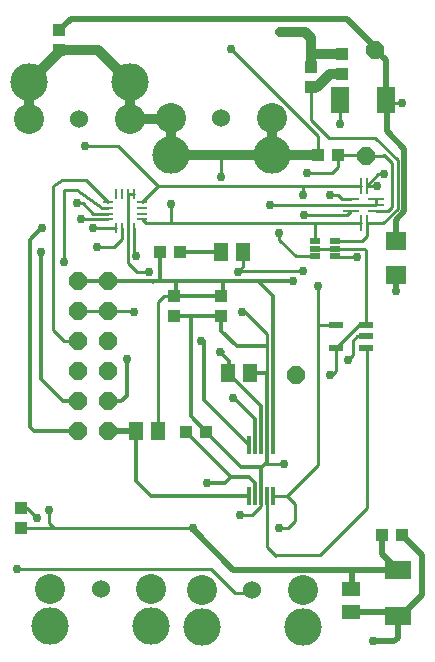
<source format=gbr>
G04 EAGLE Gerber RS-274X export*
G04 #@! %TF.Part,Single*
G04 #@! %TF.FileFunction,Copper,L2,Bot,Mixed*
G04 #@! %TF.FilePolarity,Positive*
G04 #@! %TF.GenerationSoftware,Autodesk,EAGLE,9.1.0*
G04 #@! %TF.CreationDate,2018-07-26T08:16:40Z*
G75*
%MOMM*%
%FSLAX34Y34*%
%LPD*%
%AMOC8*
5,1,8,0,0,1.08239X$1,22.5*%
G01*
%ADD10R,0.297100X1.549800*%
%ADD11R,1.186400X0.597100*%
%ADD12R,1.100000X1.000000*%
%ADD13R,1.600000X2.200000*%
%ADD14R,1.000000X1.100000*%
%ADD15R,1.800000X1.600000*%
%ADD16R,1.500000X1.300000*%
%ADD17R,2.200000X1.600000*%
%ADD18P,1.649562X8X202.500000*%
%ADD19P,1.649562X8X22.500000*%
%ADD20P,1.649562X8X112.500000*%
%ADD21R,0.270000X1.458700*%
%ADD22R,1.458700X0.270000*%
%ADD23R,1.300000X1.500000*%
%ADD24R,0.809800X0.250000*%
%ADD25R,0.250000X0.809800*%
%ADD26R,0.956400X0.472500*%
%ADD27C,1.524000*%
%ADD28C,2.540000*%
%ADD29C,3.175000*%
%ADD30C,0.304800*%
%ADD31C,0.254000*%
%ADD32C,0.756400*%
%ADD33C,0.508000*%
%ADD34C,0.812800*%


D10*
X234201Y258825D03*
X229201Y258825D03*
X224201Y258825D03*
X219201Y258825D03*
X214201Y258825D03*
X214201Y301951D03*
X219201Y301951D03*
X224201Y301951D03*
X229201Y301951D03*
X234201Y301951D03*
D11*
X313050Y403218D03*
X313050Y393718D03*
X313050Y384218D03*
X287762Y384218D03*
X287762Y403218D03*
D12*
X138422Y465037D03*
X155422Y465037D03*
D13*
X329954Y593732D03*
X290954Y593732D03*
D14*
X265993Y605189D03*
X265993Y622189D03*
X53145Y652816D03*
X53145Y635816D03*
D12*
X326582Y225119D03*
X343582Y225119D03*
D14*
X150787Y427898D03*
X150787Y410898D03*
X20481Y231310D03*
X20481Y248310D03*
X190440Y427991D03*
X190440Y410991D03*
D12*
X160786Y312991D03*
X177786Y312991D03*
D15*
X337932Y474049D03*
X337932Y446049D03*
D12*
X289294Y547186D03*
X272294Y547186D03*
D16*
X300338Y179606D03*
X300338Y160606D03*
D17*
X339994Y196238D03*
X339994Y157238D03*
D18*
X253531Y361032D03*
D19*
X313223Y546662D03*
X320969Y636427D03*
D20*
X69519Y313352D03*
X69519Y338752D03*
X69519Y364152D03*
X69519Y389552D03*
X69519Y414952D03*
X69519Y440352D03*
X94919Y313352D03*
X94919Y338752D03*
X94919Y364152D03*
X94919Y389552D03*
X94919Y414952D03*
X94919Y440352D03*
D21*
X308373Y520834D03*
X313373Y520834D03*
D22*
X321611Y510096D03*
X321611Y505096D03*
X321611Y500096D03*
D21*
X313373Y489358D03*
X308373Y489358D03*
D22*
X300135Y500096D03*
X300135Y505096D03*
X300135Y510096D03*
D12*
X292388Y616087D03*
X292388Y633087D03*
D23*
X118203Y313399D03*
X137203Y313399D03*
X215104Y362735D03*
X196104Y362735D03*
X189853Y464807D03*
X208853Y464807D03*
D24*
X94717Y492690D03*
X94717Y497690D03*
X94717Y502690D03*
X94717Y507690D03*
D25*
X101668Y514641D03*
X106668Y514641D03*
X111668Y514641D03*
X116668Y514641D03*
D24*
X123619Y507690D03*
X123619Y502690D03*
X123619Y497690D03*
X123619Y492690D03*
D25*
X116668Y485739D03*
X111668Y485739D03*
X106668Y485739D03*
X101668Y485739D03*
D26*
X286408Y474351D03*
X286408Y467851D03*
X286408Y461351D03*
X269680Y461351D03*
X269680Y467851D03*
X269680Y474351D03*
D27*
X70262Y577677D03*
D28*
X112807Y577677D03*
X27717Y577677D03*
D29*
X112807Y609173D03*
X27717Y609173D03*
D27*
X88293Y179683D03*
D28*
X45748Y179683D03*
X130838Y179683D03*
D29*
X45748Y148187D03*
X130838Y148187D03*
D27*
X190433Y578705D03*
D28*
X147888Y578705D03*
X232978Y578705D03*
D29*
X147888Y547209D03*
X232978Y547209D03*
D27*
X216814Y178725D03*
D28*
X174269Y178725D03*
X259359Y178725D03*
D29*
X174269Y147229D03*
X259359Y147229D03*
D30*
X229201Y287464D02*
X229201Y301951D01*
X224201Y282464D02*
X224201Y258825D01*
X227751Y286014D02*
X229201Y287464D01*
X227751Y286014D02*
X225211Y283474D01*
X224201Y282464D01*
X229201Y301951D02*
X229201Y362562D01*
X229028Y362735D02*
X215104Y362735D01*
X229028Y362735D02*
X229201Y362562D01*
D31*
X94919Y414952D02*
X69519Y414952D01*
X94919Y414952D02*
X116521Y414952D01*
D32*
X116722Y414751D03*
D31*
X116521Y414952D01*
X229201Y385816D02*
X229201Y362562D01*
X229201Y385816D02*
X229201Y395924D01*
X210850Y414646D01*
X208458Y414646D01*
X208069Y414665D01*
D32*
X208069Y414665D03*
D30*
X190440Y410991D02*
X190347Y410898D01*
X164444Y410898D01*
X150787Y410898D01*
X190440Y410991D02*
X190440Y398591D01*
X203482Y385549D01*
X203749Y385816D01*
X229201Y385816D01*
X177786Y312991D02*
X207303Y283474D01*
X225211Y283474D01*
X177786Y312991D02*
X164444Y326333D01*
X164444Y410898D01*
D32*
X205872Y242838D03*
D31*
X224266Y257930D02*
X224201Y258825D01*
X224266Y249744D02*
X216399Y242838D01*
X224266Y249744D02*
X224266Y257930D01*
X216399Y242838D02*
X205872Y242838D01*
D32*
X260149Y496524D03*
D31*
X296562Y496524D01*
X300135Y500096D01*
D32*
X282164Y513067D03*
D31*
X289434Y513067D01*
X292502Y509998D01*
X300036Y509998D01*
X300135Y510096D01*
D32*
X198767Y637194D03*
D31*
X272294Y563667D01*
X272294Y547186D01*
X116668Y485739D02*
X116668Y463647D01*
X118617Y461698D02*
X118619Y461698D01*
D32*
X118619Y461698D03*
D31*
X118617Y461698D02*
X116668Y463647D01*
D32*
X297365Y373760D03*
D31*
X301849Y378244D01*
X301849Y390161D01*
X305407Y393718D01*
X313050Y393718D01*
X243391Y286014D02*
X227751Y286014D01*
X243391Y286014D02*
X243676Y286299D01*
X243676Y286033D01*
D32*
X243676Y286033D03*
X34098Y240088D03*
D31*
X25877Y248310D01*
X20481Y248310D01*
D33*
X339994Y157238D02*
X339994Y154474D01*
X339994Y138443D01*
X337055Y135503D01*
X319239Y135503D02*
X319071Y135672D01*
D32*
X319071Y135672D03*
D33*
X319239Y135503D02*
X337055Y135503D01*
X336627Y160606D02*
X300338Y160606D01*
X336627Y160606D02*
X339994Y157238D01*
X360393Y208308D02*
X343582Y225119D01*
X360393Y174873D02*
X339994Y154474D01*
X360393Y174873D02*
X360393Y208308D01*
X337932Y433562D02*
X337932Y446049D01*
X337932Y433562D02*
X338410Y433084D01*
X337971Y432645D01*
X337971Y432346D01*
D32*
X337971Y432346D03*
X291183Y573259D03*
D31*
X291183Y593504D01*
X290954Y593732D01*
D34*
X272294Y547186D02*
X233001Y547186D01*
X232978Y547209D01*
X232978Y578705D01*
X232978Y547209D02*
X190203Y547209D01*
X147888Y547209D01*
X147888Y578705D01*
X27717Y577677D02*
X27717Y609173D01*
X53145Y634602D01*
X53145Y635816D01*
X86165Y635816D01*
X112807Y609173D01*
X112807Y577677D01*
X146861Y577677D01*
X147888Y578705D01*
D32*
X190530Y528574D03*
D31*
X190203Y528902D01*
X190203Y547209D01*
X289479Y547001D02*
X308329Y547001D01*
X289479Y547001D02*
X289294Y547186D01*
D32*
X263110Y532237D03*
D31*
X284193Y532237D01*
X289282Y537326D01*
X289282Y546804D01*
X289479Y547001D01*
X308668Y546662D02*
X313223Y546662D01*
X308668Y546662D02*
X308329Y547001D01*
X321611Y500096D02*
X331171Y500096D01*
X334556Y503482D01*
X334556Y540435D01*
X327913Y547078D01*
X327497Y546662D01*
X313223Y546662D01*
X308373Y489358D02*
X269681Y489358D01*
X147458Y489358D01*
X126951Y489358D01*
X123619Y492690D01*
D32*
X147829Y505814D03*
D31*
X147829Y489729D01*
X147458Y489358D01*
D32*
X240487Y651549D03*
D34*
X260947Y651549D01*
X265997Y646498D01*
X265997Y634167D01*
X265997Y628229D01*
X265997Y627693D01*
X265993Y622189D01*
X266126Y628101D02*
X265997Y628229D01*
D31*
X269680Y489357D02*
X269680Y474351D01*
X269680Y489357D02*
X269681Y489358D01*
D34*
X267077Y633087D02*
X292388Y633087D01*
X267077Y633087D02*
X265997Y634167D01*
D31*
X259602Y520834D02*
X308373Y520834D01*
X259602Y520834D02*
X136764Y520834D01*
X135708Y519779D01*
X123619Y507690D01*
X135708Y519779D02*
X135536Y519951D01*
X253344Y461351D02*
X269680Y461351D01*
X253344Y461351D02*
X239071Y475624D01*
X239071Y480826D01*
X239361Y481116D02*
X239361Y481123D01*
D32*
X239361Y481123D03*
X259424Y513741D03*
D31*
X259602Y513919D01*
X259602Y520834D01*
X239361Y481116D02*
X239071Y480826D01*
X136764Y520834D02*
X102968Y554630D01*
X75508Y554630D01*
X75508Y554867D01*
X75272Y555102D01*
D32*
X75272Y555102D03*
D31*
X71566Y492690D02*
X94717Y492690D01*
X71971Y492699D02*
X71626Y492647D01*
D32*
X71971Y492699D03*
D31*
X71626Y492647D02*
X71566Y492690D01*
X269680Y467851D02*
X286408Y467851D01*
X306762Y403218D02*
X287762Y384218D01*
X306762Y403218D02*
X313050Y403218D01*
X302346Y467851D02*
X286408Y467851D01*
X302346Y467851D02*
X302350Y467855D01*
X311671Y467855D01*
X313303Y466223D01*
X313303Y403471D01*
X313050Y403218D01*
X287762Y384218D02*
X287762Y364704D01*
X284076Y361018D01*
X282829Y361018D01*
X282706Y360896D01*
D32*
X282706Y360896D03*
D30*
X94919Y440352D02*
X69519Y440352D01*
X234201Y427915D02*
X234201Y301951D01*
X132668Y440352D02*
X117467Y440352D01*
X94919Y440352D01*
D31*
X132668Y440123D02*
X132668Y440352D01*
D30*
X221764Y440352D02*
X234201Y427915D01*
X190440Y427991D02*
X150880Y427991D01*
X150787Y427898D01*
X152547Y429658D01*
X191446Y440352D02*
X221764Y440352D01*
X191446Y440352D02*
X152239Y440352D01*
X139324Y440352D01*
X132897Y440352D01*
X132668Y440123D01*
X150787Y427898D02*
X152239Y429350D01*
X152239Y440352D01*
X190440Y427991D02*
X191446Y428997D01*
X191446Y440352D01*
X138422Y441254D02*
X138422Y465037D01*
X138422Y441254D02*
X139324Y440352D01*
D31*
X137203Y422953D02*
X137203Y313399D01*
X142148Y427898D02*
X150787Y427898D01*
X142148Y427898D02*
X137203Y422953D01*
D30*
X221764Y440352D02*
X251488Y440352D01*
X251717Y440123D01*
X251488Y440352D02*
X251412Y440427D01*
X251551Y440356D01*
D32*
X251551Y440356D03*
D30*
X160786Y312991D02*
X198939Y274838D01*
X213649Y274838D01*
X219201Y269286D01*
X219201Y258825D01*
D32*
X177949Y269526D03*
D30*
X193627Y269526D01*
X198939Y274838D01*
D31*
X313050Y384218D02*
X313671Y383597D01*
X313671Y248400D02*
X273811Y208539D01*
X236725Y208539D01*
X236356Y208170D01*
X229201Y215326D01*
X229201Y258825D01*
X313671Y248400D02*
X313671Y383597D01*
D33*
X118203Y313399D02*
X94967Y313399D01*
X94919Y313352D01*
D30*
X130496Y258825D02*
X214201Y258825D01*
X130496Y258825D02*
X117885Y271435D01*
X118203Y271753D01*
X118203Y313399D01*
X175925Y340227D02*
X214201Y301951D01*
X175925Y340227D02*
X175925Y389464D01*
X173374Y389464D01*
X173055Y389783D01*
D32*
X173055Y389783D03*
D30*
X219201Y323531D02*
X219201Y301951D01*
X219201Y323531D02*
X201118Y341615D01*
X200480Y341615D01*
X200161Y341934D01*
D32*
X200161Y341934D03*
D30*
X196991Y361848D02*
X196104Y362735D01*
X196991Y361848D02*
X224201Y334638D01*
X224201Y301951D01*
X191551Y380213D02*
X189318Y380213D01*
D32*
X189318Y380213D03*
X110232Y374152D03*
D30*
X110232Y343208D01*
X105767Y338744D01*
X94927Y338744D01*
X94919Y338752D01*
X189318Y380213D02*
X196991Y372541D01*
X196991Y361848D01*
X69519Y313352D02*
X31611Y313352D01*
X28160Y316802D01*
X28160Y475260D01*
X38061Y485161D01*
X38061Y485160D01*
X38340Y485439D01*
D32*
X38340Y485439D03*
X81792Y485499D03*
D31*
X101429Y485499D01*
X101668Y485739D01*
D30*
X85558Y469408D02*
X85336Y469187D01*
D32*
X85336Y469187D03*
X37953Y464757D03*
D30*
X37953Y357748D01*
X56452Y339250D01*
X69021Y339250D01*
X69519Y338752D01*
D31*
X85336Y469187D02*
X99542Y469187D01*
X106676Y476321D01*
X106693Y476676D01*
X106668Y485739D01*
X94717Y497690D02*
X81871Y497690D01*
X73132Y506429D01*
X68862Y506429D01*
X68648Y506215D01*
D32*
X68648Y506215D03*
X17299Y196411D03*
D31*
X181403Y196411D02*
X201748Y176066D01*
X214155Y176066D01*
X216814Y178725D01*
X181403Y196411D02*
X17299Y196411D01*
D32*
X56891Y456674D03*
D31*
X57218Y457002D01*
X89699Y502690D02*
X94717Y502690D01*
X68170Y517760D02*
X57034Y517760D01*
X57218Y457002D01*
X89699Y502690D02*
X68170Y517760D01*
X69519Y389552D02*
X57563Y389552D01*
X94717Y507690D02*
X94636Y507771D01*
X94717Y507690D02*
X76064Y526343D01*
X55804Y526343D01*
X47725Y521212D01*
X47645Y521212D01*
X47645Y399469D01*
X57563Y389552D01*
D30*
X155422Y465037D02*
X189623Y465037D01*
X189853Y464807D01*
D31*
X116668Y514641D02*
X111668Y514641D01*
X111668Y485739D01*
X111668Y456094D01*
X119336Y448426D01*
X124781Y448426D01*
X129167Y448222D01*
D32*
X129167Y448222D03*
X204413Y448518D03*
D31*
X208853Y452957D01*
X208853Y464807D01*
X234201Y258825D02*
X234326Y258700D01*
X234201Y258825D02*
X245973Y258825D01*
X252922Y251876D02*
X252922Y237114D01*
X247079Y231271D01*
X239253Y231271D02*
X239240Y231257D01*
D32*
X239240Y231257D03*
X166458Y231249D03*
D31*
X165402Y231249D01*
X51818Y231249D01*
X48702Y231249D01*
X44467Y235484D01*
X44467Y246372D01*
X44651Y246556D01*
D32*
X44651Y246556D03*
D31*
X245973Y258825D02*
X252922Y251876D01*
X247079Y231271D02*
X239253Y231271D01*
X300135Y505096D02*
X301354Y505096D01*
X304583Y505096D01*
X321611Y505096D01*
X321611Y510096D01*
X302526Y504982D02*
X301354Y505096D01*
D32*
X231551Y505135D03*
D31*
X304544Y505135D01*
X304583Y505096D01*
D32*
X259570Y448973D03*
D31*
X204868Y448973D01*
X204413Y448518D01*
D32*
X272144Y435948D03*
D31*
X272144Y403765D01*
X272144Y284997D01*
X245973Y258825D01*
X272691Y403218D02*
X287762Y403218D01*
X272691Y403218D02*
X272144Y403765D01*
X51818Y231249D02*
X51757Y231310D01*
X20481Y231310D01*
D33*
X329954Y627442D02*
X320969Y636427D01*
X329954Y627442D02*
X329954Y594430D01*
X329954Y593732D01*
D32*
X343702Y591108D03*
D31*
X333276Y591108D01*
X332108Y592276D01*
X329954Y594430D01*
D33*
X63037Y662707D02*
X53145Y652816D01*
X63037Y662707D02*
X296946Y662707D01*
X320969Y638684D01*
X320969Y636427D01*
X339994Y196238D02*
X300841Y196238D01*
X200412Y196238D01*
X165402Y231249D01*
X300338Y179606D02*
X300841Y180110D01*
X300841Y196238D01*
X326582Y209650D02*
X339994Y196238D01*
X326582Y209650D02*
X326582Y225119D01*
X337932Y474049D02*
X337932Y492496D01*
X345139Y499702D01*
X345139Y552543D01*
X330470Y567211D01*
X330470Y590639D01*
X332108Y592276D01*
D31*
X309165Y474351D02*
X286408Y474351D01*
X309165Y474351D02*
X313373Y478559D01*
X313373Y489358D01*
X327251Y489358D01*
X339805Y501912D01*
X339805Y542881D01*
X320667Y562019D02*
X281257Y562019D01*
X265993Y577282D01*
X265993Y605189D01*
X320667Y562019D02*
X339805Y542881D01*
D34*
X271632Y605189D02*
X265993Y605189D01*
X282531Y616087D02*
X292388Y616087D01*
X282531Y616087D02*
X271632Y605189D01*
D31*
X313373Y520834D02*
X322840Y520834D01*
X322861Y520855D01*
X322840Y520834D02*
X322824Y520818D01*
X322475Y520818D01*
D32*
X322475Y520818D03*
X305073Y461279D03*
D31*
X286480Y461279D01*
X286408Y461351D01*
X313373Y520834D02*
X323353Y530815D01*
X327827Y530815D01*
X327980Y530969D01*
D32*
X327980Y530969D03*
M02*

</source>
